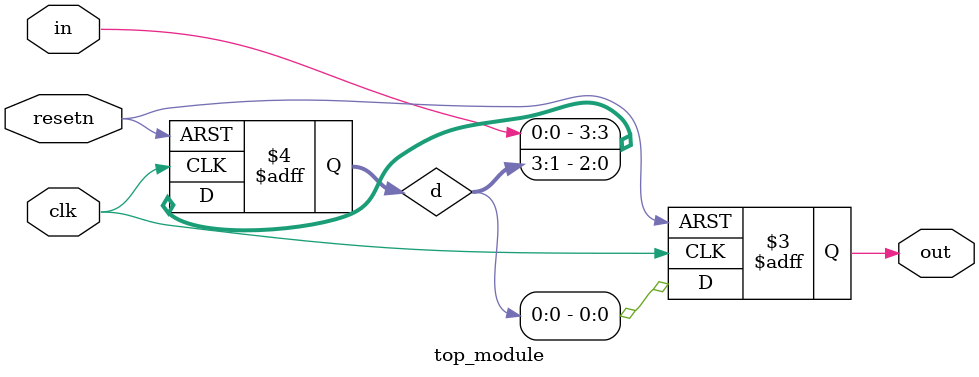
<source format=sv>
module top_module (
	input clk,
	input resetn,
	input in,
	output out
);

reg [3:0] d;
reg out;

always @(posedge clk or negedge resetn) begin
	if (!resetn) begin
		d <= 4'b0000;
		out <= 1'b0;
	end else begin
		d <= {in, d[3:1]};
		out <= d[0];
	end
end

endmodule

</source>
